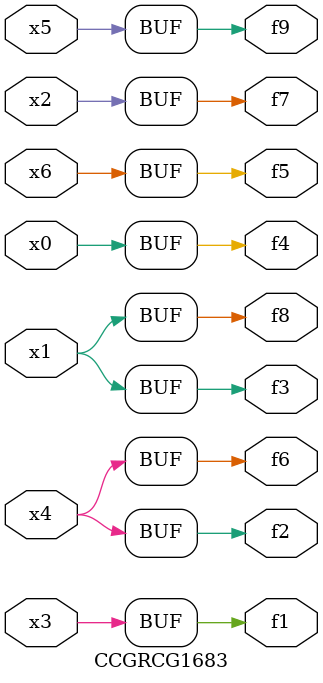
<source format=v>
module CCGRCG1683(
	input x0, x1, x2, x3, x4, x5, x6,
	output f1, f2, f3, f4, f5, f6, f7, f8, f9
);
	assign f1 = x3;
	assign f2 = x4;
	assign f3 = x1;
	assign f4 = x0;
	assign f5 = x6;
	assign f6 = x4;
	assign f7 = x2;
	assign f8 = x1;
	assign f9 = x5;
endmodule

</source>
